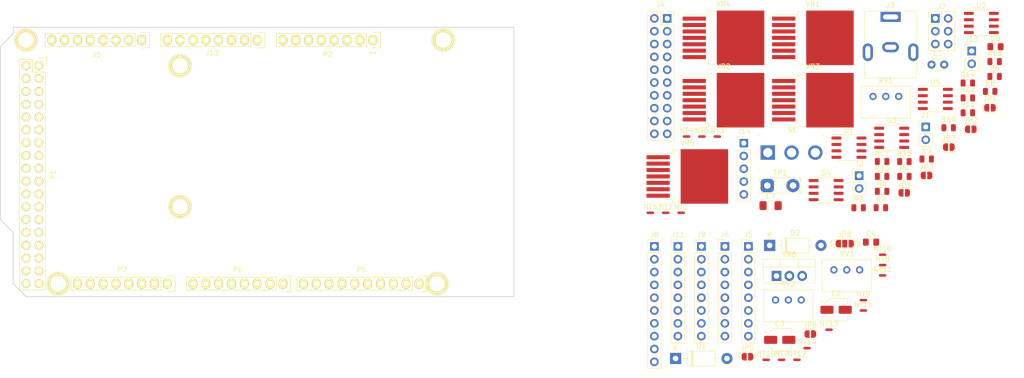
<source format=kicad_pcb>
(kicad_pcb (version 20171130) (host pcbnew "(5.1.5)-3")
  (layers (0 F.Cu signal) (1 GND signal) (2 PWR signal) (31 B.Cu signal) (34 B.Paste user) (35 F.Paste user) (36 B.SilkS user) (37 F.SilkS user) (38 B.Mask user) (39 F.Mask user) (44 Edge.Cuts user))
  (net 0 "")
  (net 1 GND)
  (net 2 /out)
  (net 3 /in)
  (net 4 "Net-(VR1-Pad7)")
  (net 5 "Net-(VR1-Pad1)")
  (net 6 "Net-(VR2-Pad7)")
  (net 7 "Net-(VR2-Pad1)")
  (net 8 "Net-(VR3-Pad7)")
  (net 9 "Net-(VR3-Pad1)")
  (net 10 "Net-(VR4-Pad7)")
  (net 11 "Net-(VR4-Pad1)")
  (net 12 "Net-(VR5-Pad7)")
  (net 13 "Net-(VR5-Pad1)")
  (net 14 /SET)
  (net 15 /ImonVR1)
  (net 16 /ImonVR2)
  (net 17 /ImonVR3)
  (net 18 /ImonVR4)
  (net 19 /ImonVR5)
  (net 20 /TEMP1)
  (net 21 /TEMP2)
  (net 22 /TEMP3)
  (net 23 /TEMP4)
  (net 24 /TEMP5)
  (net 25 /VR_PAD)
  (net 26 "Net-(R13-Pad1)")
  (net 27 "Net-(R14-Pad1)")
  (net 28 "Net-(R15-Pad1)")
  (net 29 "Net-(R16-Pad1)")
  (net 30 "Net-(R17-Pad1)")
  (net 31 /Digital/ADC7)
  (net 32 /Digital/ADC6)
  (net 33 /Digital/ADC5)
  (net 34 /Digital/ADC4)
  (net 35 /Digital/ADC3)
  (net 36 /Digital/ADC2)
  (net 37 /Digital/ADC1)
  (net 38 /Digital/ADC0)
  (net 39 +5V)
  (net 40 "Net-(C4-Pad1)")
  (net 41 /Digital/TXD3)
  (net 42 /Digital/RXD3)
  (net 43 /Digital/TXD2)
  (net 44 /Digital/RXD2)
  (net 45 /Digital/TXD1)
  (net 46 /Digital/RXD1)
  (net 47 /Digital/SDA)
  (net 48 /Digital/SCL)
  (net 49 +12V)
  (net 50 /Digital/ADC15)
  (net 51 /Digital/ADC14)
  (net 52 /Digital/ADC13)
  (net 53 /Digital/ADC12)
  (net 54 /Digital/ADC11)
  (net 55 /Digital/ADC10)
  (net 56 /Digital/ADC9)
  (net 57 /Digital/ADC8)
  (net 58 +3V3)
  (net 59 RESET)
  (net 60 "Net-(J6-Pad1)")
  (net 61 "Net-(J7-Pad5)")
  (net 62 "Net-(J7-Pad4)")
  (net 63 "Net-(J7-Pad2)")
  (net 64 /Digital/PH5)
  (net 65 /Digital/PH6)
  (net 66 /Digital/PB4)
  (net 67 /Digital/PB5)
  (net 68 /Digital/PB6)
  (net 69 /Digital/PB7)
  (net 70 /Digital/AREF)
  (net 71 /Digital/PH4)
  (net 72 /Digital/PH3)
  (net 73 /Digital/PE3)
  (net 74 /Digital/PG5)
  (net 75 /Digital/PE5)
  (net 76 /Digital/PE4)
  (net 77 PE1)
  (net 78 PE0)
  (net 79 "Net-(JP1-Pad1)")
  (net 80 "Net-(JP5-Pad2)")
  (net 81 "Net-(JP5-Pad1)")
  (net 82 "Net-(JP4-Pad1)")
  (net 83 "Net-(JP8-Pad3)")
  (net 84 "Net-(J3-Pad1)")
  (net 85 "Net-(J14-Pad3)")
  (net 86 "Net-(J14-Pad1)")
  (module Socket_Arduino_Mega:Arduino_1pin (layer F.Cu) (at 181.83 81.94 180)
    (fp_text reference P8 hide)
    (fp_text value CONN_01X01 hide)
    (pad 1 thru_hole circle (at 0 0 180) (size 4.064 4.064) (drill 3.048) (layers *.Cu *.Mask F.SilkS))
  )
  (module Socket_Arduino_Mega:Arduino_1pin (layer F.Cu) (at 180.56 130.2 180)
    (fp_text reference P11 hide)
    (fp_text value CONN_01X01 hide)
    (pad 1 thru_hole circle (at 0 0 180) (size 4.064 4.064) (drill 3.048) (layers *.Cu *.Mask F.SilkS))
  )
  (module Socket_Arduino_Mega:Socket_Strip_Arduino_1x08 (layer F.Cu) (at 150.08 130.2 180)
    (fp_text reference P6 (at 8.89 2.794) (layer F.SilkS))
    (fp_text value PWM)
    (pad 8 thru_hole oval (at 17.78 0 180) (size 1.7272 2.032) (drill 1.016) (layers *.Cu *.Mask F.SilkS))
    (pad 7 thru_hole oval (at 15.24 0 180) (size 1.7272 2.032) (drill 1.016) (layers *.Cu *.Mask F.SilkS))
    (pad 6 thru_hole oval (at 12.7 0 180) (size 1.7272 2.032) (drill 1.016) (layers *.Cu *.Mask F.SilkS))
    (pad 5 thru_hole oval (at 10.16 0 180) (size 1.7272 2.032) (drill 1.016) (layers *.Cu *.Mask F.SilkS))
    (pad 4 thru_hole oval (at 7.62 0 180) (size 1.7272 2.032) (drill 1.016) (layers *.Cu *.Mask F.SilkS))
    (pad 3 thru_hole oval (at 5.08 0 180) (size 1.7272 2.032) (drill 1.016) (layers *.Cu *.Mask F.SilkS))
    (pad 2 thru_hole oval (at 2.54 0 180) (size 1.7272 2.032) (drill 1.016) (layers *.Cu *.Mask F.SilkS))
    (pad 1 thru_hole oval (at 0 0 180) (size 1.7272 2.032) (drill 1.016) (layers *.Cu *.Mask F.SilkS))
  )
  (module Socket_Arduino_Mega:Socket_Strip_Arduino_1x08 (layer F.Cu) (at 127.22 130.2 180)
    (fp_text reference P7 (at 8.89 2.794) (layer F.SilkS))
    (fp_text value Communication)
    (pad 8 thru_hole oval (at 17.78 0 180) (size 1.7272 2.032) (drill 1.016) (layers *.Cu *.Mask F.SilkS))
    (pad 7 thru_hole oval (at 15.24 0 180) (size 1.7272 2.032) (drill 1.016) (layers *.Cu *.Mask F.SilkS))
    (pad 6 thru_hole oval (at 12.7 0 180) (size 1.7272 2.032) (drill 1.016) (layers *.Cu *.Mask F.SilkS))
    (pad 5 thru_hole oval (at 10.16 0 180) (size 1.7272 2.032) (drill 1.016) (layers *.Cu *.Mask F.SilkS))
    (pad 4 thru_hole oval (at 7.62 0 180) (size 1.7272 2.032) (drill 1.016) (layers *.Cu *.Mask F.SilkS))
    (pad 3 thru_hole oval (at 5.08 0 180) (size 1.7272 2.032) (drill 1.016) (layers *.Cu *.Mask F.SilkS))
    (pad 2 thru_hole oval (at 2.54 0 180) (size 1.7272 2.032) (drill 1.016) (layers *.Cu *.Mask F.SilkS))
    (pad 1 thru_hole oval (at 0 0 180) (size 1.7272 2.032) (drill 1.016) (layers *.Cu *.Mask F.SilkS))
  )
  (module Socket_Arduino_Mega:Arduino_1pin (layer F.Cu) (at 99.28 81.94 180)
    (fp_text reference P10 hide)
    (fp_text value CONN_01X01 hide)
    (pad 1 thru_hole circle (at 0 0 180) (size 4.064 4.064) (drill 3.048) (layers *.Cu *.Mask F.SilkS))
  )
  (module Socket_Arduino_Mega:Socket_Strip_Arduino_2x18 (layer F.Cu) (at 101.82 87.02 270)
    (fp_text reference P1 (at 21.59 -2.794 90) (layer F.SilkS))
    (fp_text value Digital)
    (pad 36 thru_hole oval (at 43.18 2.54 270) (size 1.7272 1.7272) (drill 1.016) (layers *.Cu *.Mask F.SilkS))
    (pad 35 thru_hole oval (at 43.18 0 270) (size 1.7272 1.7272) (drill 1.016) (layers *.Cu *.Mask F.SilkS))
    (pad 34 thru_hole oval (at 40.64 2.54 270) (size 1.7272 1.7272) (drill 1.016) (layers *.Cu *.Mask F.SilkS))
    (pad 33 thru_hole oval (at 40.64 0 270) (size 1.7272 1.7272) (drill 1.016) (layers *.Cu *.Mask F.SilkS))
    (pad 32 thru_hole oval (at 38.1 2.54 270) (size 1.7272 1.7272) (drill 1.016) (layers *.Cu *.Mask F.SilkS))
    (pad 31 thru_hole oval (at 38.1 0 270) (size 1.7272 1.7272) (drill 1.016) (layers *.Cu *.Mask F.SilkS))
    (pad 30 thru_hole oval (at 35.56 2.54 270) (size 1.7272 1.7272) (drill 1.016) (layers *.Cu *.Mask F.SilkS))
    (pad 29 thru_hole oval (at 35.56 0 270) (size 1.7272 1.7272) (drill 1.016) (layers *.Cu *.Mask F.SilkS))
    (pad 28 thru_hole oval (at 33.02 2.54 270) (size 1.7272 1.7272) (drill 1.016) (layers *.Cu *.Mask F.SilkS))
    (pad 27 thru_hole oval (at 33.02 0 270) (size 1.7272 1.7272) (drill 1.016) (layers *.Cu *.Mask F.SilkS))
    (pad 26 thru_hole oval (at 30.48 2.54 270) (size 1.7272 1.7272) (drill 1.016) (layers *.Cu *.Mask F.SilkS))
    (pad 25 thru_hole oval (at 30.48 0 270) (size 1.7272 1.7272) (drill 1.016) (layers *.Cu *.Mask F.SilkS))
    (pad 24 thru_hole oval (at 27.94 2.54 270) (size 1.7272 1.7272) (drill 1.016) (layers *.Cu *.Mask F.SilkS))
    (pad 23 thru_hole oval (at 27.94 0 270) (size 1.7272 1.7272) (drill 1.016) (layers *.Cu *.Mask F.SilkS))
    (pad 22 thru_hole oval (at 25.4 2.54 270) (size 1.7272 1.7272) (drill 1.016) (layers *.Cu *.Mask F.SilkS))
    (pad 21 thru_hole oval (at 25.4 0 270) (size 1.7272 1.7272) (drill 1.016) (layers *.Cu *.Mask F.SilkS))
    (pad 20 thru_hole oval (at 22.86 2.54 270) (size 1.7272 1.7272) (drill 1.016) (layers *.Cu *.Mask F.SilkS))
    (pad 19 thru_hole oval (at 22.86 0 270) (size 1.7272 1.7272) (drill 1.016) (layers *.Cu *.Mask F.SilkS))
    (pad 18 thru_hole oval (at 20.32 2.54 270) (size 1.7272 1.7272) (drill 1.016) (layers *.Cu *.Mask F.SilkS))
    (pad 17 thru_hole oval (at 20.32 0 270) (size 1.7272 1.7272) (drill 1.016) (layers *.Cu *.Mask F.SilkS))
    (pad 16 thru_hole oval (at 17.78 2.54 270) (size 1.7272 1.7272) (drill 1.016) (layers *.Cu *.Mask F.SilkS))
    (pad 15 thru_hole oval (at 17.78 0 270) (size 1.7272 1.7272) (drill 1.016) (layers *.Cu *.Mask F.SilkS))
    (pad 14 thru_hole oval (at 15.24 2.54 270) (size 1.7272 1.7272) (drill 1.016) (layers *.Cu *.Mask F.SilkS))
    (pad 13 thru_hole oval (at 15.24 0 270) (size 1.7272 1.7272) (drill 1.016) (layers *.Cu *.Mask F.SilkS))
    (pad 12 thru_hole oval (at 12.7 2.54 270) (size 1.7272 1.7272) (drill 1.016) (layers *.Cu *.Mask F.SilkS))
    (pad 11 thru_hole oval (at 12.7 0 270) (size 1.7272 1.7272) (drill 1.016) (layers *.Cu *.Mask F.SilkS))
    (pad 10 thru_hole oval (at 10.16 2.54 270) (size 1.7272 1.7272) (drill 1.016) (layers *.Cu *.Mask F.SilkS))
    (pad 9 thru_hole oval (at 10.16 0 270) (size 1.7272 1.7272) (drill 1.016) (layers *.Cu *.Mask F.SilkS))
    (pad 8 thru_hole oval (at 7.62 2.54 270) (size 1.7272 1.7272) (drill 1.016) (layers *.Cu *.Mask F.SilkS))
    (pad 7 thru_hole oval (at 7.62 0 270) (size 1.7272 1.7272) (drill 1.016) (layers *.Cu *.Mask F.SilkS))
    (pad 6 thru_hole oval (at 5.08 2.54 270) (size 1.7272 1.7272) (drill 1.016) (layers *.Cu *.Mask F.SilkS))
    (pad 5 thru_hole oval (at 5.08 0 270) (size 1.7272 1.7272) (drill 1.016) (layers *.Cu *.Mask F.SilkS))
    (pad 4 thru_hole oval (at 2.54 2.54 270) (size 1.7272 1.7272) (drill 1.016) (layers *.Cu *.Mask F.SilkS))
    (pad 3 thru_hole oval (at 2.54 0 270) (size 1.7272 1.7272) (drill 1.016) (layers *.Cu *.Mask F.SilkS))
    (pad 2 thru_hole oval (at 0 2.54 270) (size 1.7272 1.7272) (drill 1.016) (layers *.Cu *.Mask F.SilkS))
    (pad 1 thru_hole circle (at 0 0 270) (size 1.7272 1.7272) (drill 1.016) (layers *.Cu *.Mask F.SilkS))
  )
  (module Socket_Arduino_Mega:Arduino_1pin (layer F.Cu) (at 129.76 114.96 180)
    (fp_text reference P12 hide)
    (fp_text value CONN_01X01 hide)
    (pad 1 thru_hole circle (at 0 0 180) (size 4.064 4.064) (drill 3.048) (layers *.Cu *.Mask F.SilkS))
  )
  (module Socket_Arduino_Mega:Arduino_1pin (layer F.Cu) (at 105.63 130.2 180)
    (fp_text reference P13 hide)
    (fp_text value CONN_01X01 hide)
    (pad 1 thru_hole circle (at 0 0 180) (size 4.064 4.064) (drill 3.048) (layers *.Cu *.Mask F.SilkS))
  )
  (module Socket_Arduino_Mega:Socket_Strip_Arduino_1x10 (layer F.Cu) (at 177.004 130.2 180)
    (fp_text reference P5 (at 11.43 2.794) (layer F.SilkS))
    (fp_text value PWM)
    (pad 10 thru_hole oval (at 22.86 0 180) (size 1.7272 2.032) (drill 1.016) (layers *.Cu *.Mask F.SilkS))
    (pad 9 thru_hole oval (at 20.32 0 180) (size 1.7272 2.032) (drill 1.016) (layers *.Cu *.Mask F.SilkS))
    (pad 8 thru_hole oval (at 17.78 0 180) (size 1.7272 2.032) (drill 1.016) (layers *.Cu *.Mask F.SilkS))
    (pad 7 thru_hole oval (at 15.24 0 180) (size 1.7272 2.032) (drill 1.016) (layers *.Cu *.Mask F.SilkS))
    (pad 6 thru_hole oval (at 12.7 0 180) (size 1.7272 2.032) (drill 1.016) (layers *.Cu *.Mask F.SilkS))
    (pad 5 thru_hole oval (at 10.16 0 180) (size 1.7272 2.032) (drill 1.016) (layers *.Cu *.Mask F.SilkS))
    (pad 4 thru_hole oval (at 7.62 0 180) (size 1.7272 2.032) (drill 1.016) (layers *.Cu *.Mask F.SilkS))
    (pad 3 thru_hole oval (at 5.08 0 180) (size 1.7272 2.032) (drill 1.016) (layers *.Cu *.Mask F.SilkS))
    (pad 2 thru_hole oval (at 2.54 0 180) (size 1.7272 2.032) (drill 1.016) (layers *.Cu *.Mask F.SilkS))
    (pad 1 thru_hole oval (at 0 0 180) (size 1.7272 2.032) (drill 1.016) (layers *.Cu *.Mask F.SilkS))
  )
  (module Socket_Arduino_Mega:Arduino_1pin (layer F.Cu) (at 129.76 87.02 180)
    (fp_text reference P9 hide)
    (fp_text value CONN_01X01 hide)
    (pad 1 thru_hole circle (at 0 0 180) (size 4.064 4.064) (drill 3.048) (layers *.Cu *.Mask F.SilkS))
  )
  (module Socket_Arduino_Mega:Socket_Strip_Arduino_1x08 (layer F.Cu) (at 122.14 81.94 180)
    (fp_text reference J5 (at 8.89 -2.794) (layer F.SilkS))
    (fp_text value Analog)
    (pad 8 thru_hole oval (at 17.78 0 180) (size 1.7272 2.032) (drill 1.016) (layers *.Cu *.Mask F.SilkS))
    (pad 7 thru_hole oval (at 15.24 0 180) (size 1.7272 2.032) (drill 1.016) (layers *.Cu *.Mask F.SilkS))
    (pad 6 thru_hole oval (at 12.7 0 180) (size 1.7272 2.032) (drill 1.016) (layers *.Cu *.Mask F.SilkS))
    (pad 5 thru_hole oval (at 10.16 0 180) (size 1.7272 2.032) (drill 1.016) (layers *.Cu *.Mask F.SilkS))
    (pad 4 thru_hole oval (at 7.62 0 180) (size 1.7272 2.032) (drill 1.016) (layers *.Cu *.Mask F.SilkS))
    (pad 3 thru_hole oval (at 5.08 0 180) (size 1.7272 2.032) (drill 1.016) (layers *.Cu *.Mask F.SilkS))
    (pad 2 thru_hole oval (at 2.54 0 180) (size 1.7272 2.032) (drill 1.016) (layers *.Cu *.Mask F.SilkS))
    (pad 1 thru_hole oval (at 0 0 180) (size 1.7272 2.032) (drill 1.016) (layers *.Cu *.Mask F.SilkS))
  )
  (module Socket_Arduino_Mega:Socket_Strip_Arduino_1x08 (layer F.Cu) (at 145 81.94 180)
    (fp_text reference J12 (at 8.89 -2.54) (layer F.SilkS))
    (fp_text value Analog)
    (pad 1 thru_hole oval (at 0 0 180) (size 1.7272 2.032) (drill 1.016) (layers *.Cu *.Mask F.SilkS))
    (pad 2 thru_hole oval (at 2.54 0 180) (size 1.7272 2.032) (drill 1.016) (layers *.Cu *.Mask F.SilkS))
    (pad 3 thru_hole oval (at 5.08 0 180) (size 1.7272 2.032) (drill 1.016) (layers *.Cu *.Mask F.SilkS))
    (pad 4 thru_hole oval (at 7.62 0 180) (size 1.7272 2.032) (drill 1.016) (layers *.Cu *.Mask F.SilkS))
    (pad 5 thru_hole oval (at 10.16 0 180) (size 1.7272 2.032) (drill 1.016) (layers *.Cu *.Mask F.SilkS))
    (pad 6 thru_hole oval (at 12.7 0 180) (size 1.7272 2.032) (drill 1.016) (layers *.Cu *.Mask F.SilkS))
    (pad 7 thru_hole oval (at 15.24 0 180) (size 1.7272 2.032) (drill 1.016) (layers *.Cu *.Mask F.SilkS))
    (pad 8 thru_hole oval (at 17.78 0 180) (size 1.7272 2.032) (drill 1.016) (layers *.Cu *.Mask F.SilkS))
  )
  (module Socket_Arduino_Mega:Socket_Strip_Arduino_1x08 (layer F.Cu) (at 167.86 81.94 180)
    (fp_text reference P2 (at 8.89 -2.794) (layer F.SilkS))
    (fp_text value Power)
    (pad 1 thru_hole oval (at 0 0 180) (size 1.7272 2.032) (drill 1.016) (layers *.Cu *.Mask F.SilkS))
    (pad 2 thru_hole oval (at 2.54 0 180) (size 1.7272 2.032) (drill 1.016) (layers *.Cu *.Mask F.SilkS))
    (pad 3 thru_hole oval (at 5.08 0 180) (size 1.7272 2.032) (drill 1.016) (layers *.Cu *.Mask F.SilkS))
    (pad 4 thru_hole oval (at 7.62 0 180) (size 1.7272 2.032) (drill 1.016) (layers *.Cu *.Mask F.SilkS))
    (pad 5 thru_hole oval (at 10.16 0 180) (size 1.7272 2.032) (drill 1.016) (layers *.Cu *.Mask F.SilkS))
    (pad 6 thru_hole oval (at 12.7 0 180) (size 1.7272 2.032) (drill 1.016) (layers *.Cu *.Mask F.SilkS))
    (pad 7 thru_hole oval (at 15.24 0 180) (size 1.7272 2.032) (drill 1.016) (layers *.Cu *.Mask F.SilkS))
    (pad 8 thru_hole oval (at 17.78 0 180) (size 1.7272 2.032) (drill 1.016) (layers *.Cu *.Mask F.SilkS))
  )
  (module Package_TO_SOT_THT:TO-220-3_Vertical (layer F.Cu) (at 247.73 128.66)
    (fp_text reference VR6 (at 2.54 -4.27) (layer F.SilkS))
    (fp_text value LM317T)
    (pad 3 thru_hole oval (at 5.08 0) (size 1.905 2) (drill 1.1) (layers *.Cu *.Mask) (net 3 /in))
    (pad 2 thru_hole oval (at 2.54 0) (size 1.905 2) (drill 1.1) (layers *.Cu *.Mask) (net 39 +5V))
    (pad 1 thru_hole rect (at 0 0) (size 1.905 2) (drill 1.1) (layers *.Cu *.Mask) (net 81 "Net-(JP5-Pad1)"))
  )
  (module Package_TO_SOT_SMD:TO-263-7_TabPin8 (layer F.Cu) (at 230.09 108.95)
    (fp_text reference VR5 (at 0 -6.65) (layer F.SilkS))
    (fp_text value LT3081ER-PBF)
    (pad 8 smd rect (at 3.375 0) (size 9.4 10.8) (layers F.Cu F.Mask) (net 25 /VR_PAD))
    (pad 7 smd rect (at -5.775 3.81) (size 4.6 0.8) (layers F.Cu F.Paste F.Mask) (net 12 "Net-(VR5-Pad7)"))
    (pad 6 smd rect (at -5.775 2.54) (size 4.6 0.8) (layers F.Cu F.Paste F.Mask) (net 3 /in))
    (pad 5 smd rect (at -5.775 1.27) (size 4.6 0.8) (layers F.Cu F.Paste F.Mask) (net 24 /TEMP5))
    (pad 4 smd rect (at -5.775 0) (size 4.6 0.8) (layers F.Cu F.Paste F.Mask) (net 2 /out))
    (pad 3 smd rect (at -5.775 -1.27) (size 4.6 0.8) (layers F.Cu F.Paste F.Mask) (net 19 /ImonVR5))
    (pad 2 smd rect (at -5.775 -2.54) (size 4.6 0.8) (layers F.Cu F.Paste F.Mask) (net 14 /SET))
    (pad 1 smd rect (at -5.775 -3.81) (size 4.6 0.8) (layers F.Cu F.Paste F.Mask) (net 13 "Net-(VR5-Pad1)"))
  )
  (module Package_TO_SOT_SMD:TO-263-7_TabPin8 (layer F.Cu) (at 237.24 81.5)
    (fp_text reference VR4 (at 0 -6.65) (layer F.SilkS))
    (fp_text value LT3081ER-PBF)
    (pad 8 smd rect (at 3.375 0) (size 9.4 10.8) (layers F.Cu F.Mask) (net 25 /VR_PAD))
    (pad 7 smd rect (at -5.775 3.81) (size 4.6 0.8) (layers F.Cu F.Paste F.Mask) (net 10 "Net-(VR4-Pad7)"))
    (pad 6 smd rect (at -5.775 2.54) (size 4.6 0.8) (layers F.Cu F.Paste F.Mask) (net 3 /in))
    (pad 5 smd rect (at -5.775 1.27) (size 4.6 0.8) (layers F.Cu F.Paste F.Mask) (net 23 /TEMP4))
    (pad 4 smd rect (at -5.775 0) (size 4.6 0.8) (layers F.Cu F.Paste F.Mask) (net 2 /out))
    (pad 3 smd rect (at -5.775 -1.27) (size 4.6 0.8) (layers F.Cu F.Paste F.Mask) (net 18 /ImonVR4))
    (pad 2 smd rect (at -5.775 -2.54) (size 4.6 0.8) (layers F.Cu F.Paste F.Mask) (net 14 /SET))
    (pad 1 smd rect (at -5.775 -3.81) (size 4.6 0.8) (layers F.Cu F.Paste F.Mask) (net 11 "Net-(VR4-Pad1)"))
  )
  (module Package_TO_SOT_SMD:TO-263-7_TabPin8 (layer F.Cu) (at 254.93 93.85)
    (fp_text reference VR3 (at 0 -6.65) (layer F.SilkS))
    (fp_text value LT3081ER-PBF)
    (pad 8 smd rect (at 3.375 0) (size 9.4 10.8) (layers F.Cu F.Mask) (net 25 /VR_PAD))
    (pad 7 smd rect (at -5.775 3.81) (size 4.6 0.8) (layers F.Cu F.Paste F.Mask) (net 8 "Net-(VR3-Pad7)"))
    (pad 6 smd rect (at -5.775 2.54) (size 4.6 0.8) (layers F.Cu F.Paste F.Mask) (net 3 /in))
    (pad 5 smd rect (at -5.775 1.27) (size 4.6 0.8) (layers F.Cu F.Paste F.Mask) (net 22 /TEMP3))
    (pad 4 smd rect (at -5.775 0) (size 4.6 0.8) (layers F.Cu F.Paste F.Mask) (net 2 /out))
    (pad 3 smd rect (at -5.775 -1.27) (size 4.6 0.8) (layers F.Cu F.Paste F.Mask) (net 17 /ImonVR3))
    (pad 2 smd rect (at -5.775 -2.54) (size 4.6 0.8) (layers F.Cu F.Paste F.Mask) (net 14 /SET))
    (pad 1 smd rect (at -5.775 -3.81) (size 4.6 0.8) (layers F.Cu F.Paste F.Mask) (net 9 "Net-(VR3-Pad1)"))
  )
  (module Package_TO_SOT_SMD:TO-263-7_TabPin8 (layer F.Cu) (at 237.24 93.85)
    (fp_text reference VR2 (at 0 -6.65) (layer F.SilkS))
    (fp_text value LT3081ER-PBF)
    (pad 8 smd rect (at 3.375 0) (size 9.4 10.8) (layers F.Cu F.Mask) (net 25 /VR_PAD))
    (pad 7 smd rect (at -5.775 3.81) (size 4.6 0.8) (layers F.Cu F.Paste F.Mask) (net 6 "Net-(VR2-Pad7)"))
    (pad 6 smd rect (at -5.775 2.54) (size 4.6 0.8) (layers F.Cu F.Paste F.Mask) (net 3 /in))
    (pad 5 smd rect (at -5.775 1.27) (size 4.6 0.8) (layers F.Cu F.Paste F.Mask) (net 21 /TEMP2))
    (pad 4 smd rect (at -5.775 0) (size 4.6 0.8) (layers F.Cu F.Paste F.Mask) (net 2 /out))
    (pad 3 smd rect (at -5.775 -1.27) (size 4.6 0.8) (layers F.Cu F.Paste F.Mask) (net 16 /ImonVR2))
    (pad 2 smd rect (at -5.775 -2.54) (size 4.6 0.8) (layers F.Cu F.Paste F.Mask) (net 14 /SET))
    (pad 1 smd rect (at -5.775 -3.81) (size 4.6 0.8) (layers F.Cu F.Paste F.Mask) (net 7 "Net-(VR2-Pad1)"))
  )
  (module Package_TO_SOT_SMD:TO-263-7_TabPin8 (layer F.Cu) (at 254.93 81.5)
    (fp_text reference VR1 (at 0 -6.65) (layer F.SilkS))
    (fp_text value LT3081ER-PBF)
    (pad 8 smd rect (at 3.375 0) (size 9.4 10.8) (layers F.Cu F.Mask) (net 25 /VR_PAD))
    (pad 7 smd rect (at -5.775 3.81) (size 4.6 0.8) (layers F.Cu F.Paste F.Mask) (net 4 "Net-(VR1-Pad7)"))
    (pad 6 smd rect (at -5.775 2.54) (size 4.6 0.8) (layers F.Cu F.Paste F.Mask) (net 3 /in))
    (pad 5 smd rect (at -5.775 1.27) (size 4.6 0.8) (layers F.Cu F.Paste F.Mask) (net 20 /TEMP1))
    (pad 4 smd rect (at -5.775 0) (size 4.6 0.8) (layers F.Cu F.Paste F.Mask) (net 2 /out))
    (pad 3 smd rect (at -5.775 -1.27) (size 4.6 0.8) (layers F.Cu F.Paste F.Mask) (net 15 /ImonVR1))
    (pad 2 smd rect (at -5.775 -2.54) (size 4.6 0.8) (layers F.Cu F.Paste F.Mask) (net 14 /SET))
    (pad 1 smd rect (at -5.775 -3.81) (size 4.6 0.8) (layers F.Cu F.Paste F.Mask) (net 5 "Net-(VR1-Pad1)"))
  )
  (module Package_SO:SOIC-8_3.9x4.9mm_P1.27mm (layer F.Cu) (at 279.15 93.6)
    (fp_text reference U5 (at 0 -3.4) (layer F.SilkS))
    (fp_text value LM334M)
    (pad 8 smd roundrect (at 2.475 -1.905) (size 1.95 0.6) (layers F.Cu F.Paste F.Mask))
    (pad 7 smd roundrect (at 2.475 -0.635) (size 1.95 0.6) (layers F.Cu F.Paste F.Mask) (net 1 GND))
    (pad 6 smd roundrect (at 2.475 0.635) (size 1.95 0.6) (layers F.Cu F.Paste F.Mask) (net 1 GND))
    (pad 5 smd roundrect (at 2.475 1.905) (size 1.95 0.6) (layers F.Cu F.Paste F.Mask))
    (pad 4 smd roundrect (at -2.475 1.905) (size 1.95 0.6) (layers F.Cu F.Paste F.Mask) (net 2 /out))
    (pad 3 smd roundrect (at -2.475 0.635) (size 1.95 0.6) (layers F.Cu F.Paste F.Mask) (net 1 GND))
    (pad 2 smd roundrect (at -2.475 -0.635) (size 1.95 0.6) (layers F.Cu F.Paste F.Mask) (net 1 GND))
    (pad 1 smd roundrect (at -2.475 -1.905) (size 1.95 0.6) (layers F.Cu F.Paste F.Mask) (net 30 "Net-(R17-Pad1)"))
  )
  (module Package_SO:SOIC-8_3.9x4.9mm_P1.27mm (layer F.Cu) (at 257.54 111.66)
    (fp_text reference U4 (at 0 -3.4) (layer F.SilkS))
    (fp_text value LM334M)
    (pad 8 smd roundrect (at 2.475 -1.905) (size 1.95 0.6) (layers F.Cu F.Paste F.Mask))
    (pad 7 smd roundrect (at 2.475 -0.635) (size 1.95 0.6) (layers F.Cu F.Paste F.Mask) (net 1 GND))
    (pad 6 smd roundrect (at 2.475 0.635) (size 1.95 0.6) (layers F.Cu F.Paste F.Mask) (net 1 GND))
    (pad 5 smd roundrect (at 2.475 1.905) (size 1.95 0.6) (layers F.Cu F.Paste F.Mask))
    (pad 4 smd roundrect (at -2.475 1.905) (size 1.95 0.6) (layers F.Cu F.Paste F.Mask) (net 2 /out))
    (pad 3 smd roundrect (at -2.475 0.635) (size 1.95 0.6) (layers F.Cu F.Paste F.Mask) (net 1 GND))
    (pad 2 smd roundrect (at -2.475 -0.635) (size 1.95 0.6) (layers F.Cu F.Paste F.Mask) (net 1 GND))
    (pad 1 smd roundrect (at -2.475 -1.905) (size 1.95 0.6) (layers F.Cu F.Paste F.Mask) (net 29 "Net-(R16-Pad1)"))
  )
  (module Package_SO:SOIC-8_3.9x4.9mm_P1.27mm (layer F.Cu) (at 270.51 101.3)
    (fp_text reference U3 (at 0 -3.4) (layer F.SilkS))
    (fp_text value LM334M)
    (pad 8 smd roundrect (at 2.475 -1.905) (size 1.95 0.6) (layers F.Cu F.Paste F.Mask))
    (pad 7 smd roundrect (at 2.475 -0.635) (size 1.95 0.6) (layers F.Cu F.Paste F.Mask) (net 1 GND))
    (pad 6 smd roundrect (at 2.475 0.635) (size 1.95 0.6) (layers F.Cu F.Paste F.Mask) (net 1 GND))
    (pad 5 smd roundrect (at 2.475 1.905) (size 1.95 0.6) (layers F.Cu F.Paste F.Mask))
    (pad 4 smd roundrect (at -2.475 1.905) (size 1.95 0.6) (layers F.Cu F.Paste F.Mask) (net 2 /out))
    (pad 3 smd roundrect (at -2.475 0.635) (size 1.95 0.6) (layers F.Cu F.Paste F.Mask) (net 1 GND))
    (pad 2 smd roundrect (at -2.475 -0.635) (size 1.95 0.6) (layers F.Cu F.Paste F.Mask) (net 1 GND))
    (pad 1 smd roundrect (at -2.475 -1.905) (size 1.95 0.6) (layers F.Cu F.Paste F.Mask) (net 28 "Net-(R15-Pad1)"))
  )
  (module Package_SO:SOIC-8_3.9x4.9mm_P1.27mm (layer F.Cu) (at 288.25 78.55)
    (fp_text reference U2 (at 0 -3.4) (layer F.SilkS))
    (fp_text value LM334M)
    (pad 8 smd roundrect (at 2.475 -1.905) (size 1.95 0.6) (layers F.Cu F.Paste F.Mask))
    (pad 7 smd roundrect (at 2.475 -0.635) (size 1.95 0.6) (layers F.Cu F.Paste F.Mask) (net 1 GND))
    (pad 6 smd roundrect (at 2.475 0.635) (size 1.95 0.6) (layers F.Cu F.Paste F.Mask) (net 1 GND))
    (pad 5 smd roundrect (at 2.475 1.905) (size 1.95 0.6) (layers F.Cu F.Paste F.Mask))
    (pad 4 smd roundrect (at -2.475 1.905) (size 1.95 0.6) (layers F.Cu F.Paste F.Mask) (net 2 /out))
    (pad 3 smd roundrect (at -2.475 0.635) (size 1.95 0.6) (layers F.Cu F.Paste F.Mask) (net 1 GND))
    (pad 2 smd roundrect (at -2.475 -0.635) (size 1.95 0.6) (layers F.Cu F.Paste F.Mask) (net 1 GND))
    (pad 1 smd roundrect (at -2.475 -1.905) (size 1.95 0.6) (layers F.Cu F.Paste F.Mask) (net 27 "Net-(R14-Pad1)"))
  )
  (module Package_SO:SOIC-8_3.9x4.9mm_P1.27mm (layer F.Cu) (at 262.06 103.25)
    (fp_text reference U1 (at 0 -3.4) (layer F.SilkS))
    (fp_text value LM334M)
    (pad 8 smd roundrect (at 2.475 -1.905) (size 1.95 0.6) (layers F.Cu F.Paste F.Mask))
    (pad 7 smd roundrect (at 2.475 -0.635) (size 1.95 0.6) (layers F.Cu F.Paste F.Mask) (net 1 GND))
    (pad 6 smd roundrect (at 2.475 0.635) (size 1.95 0.6) (layers F.Cu F.Paste F.Mask) (net 1 GND))
    (pad 5 smd roundrect (at 2.475 1.905) (size 1.95 0.6) (layers F.Cu F.Paste F.Mask))
    (pad 4 smd roundrect (at -2.475 1.905) (size 1.95 0.6) (layers F.Cu F.Paste F.Mask) (net 2 /out))
    (pad 3 smd roundrect (at -2.475 0.635) (size 1.95 0.6) (layers F.Cu F.Paste F.Mask) (net 1 GND))
    (pad 2 smd roundrect (at -2.475 -0.635) (size 1.95 0.6) (layers F.Cu F.Paste F.Mask) (net 1 GND))
    (pad 1 smd roundrect (at -2.475 -1.905) (size 1.95 0.6) (layers F.Cu F.Paste F.Mask) (net 26 "Net-(R13-Pad1)"))
  )
  (module TestPoint:TestPoint_2Pads_Pitch5.08mm_Drill1.3mm (layer F.Cu) (at 245.91 110.76)
    (fp_text reference TP1 (at 2.54 -2.5) (layer F.SilkS))
    (fp_text value TestPoint_2Pole)
    (pad 2 thru_hole circle (at 5.08 0) (size 2.6 2.6) (drill 1.3) (layers *.Cu *.Mask) (net 1 GND))
    (pad 1 thru_hole roundrect (at 0 0) (size 2.6 2.6) (drill 1.3) (layers *.Cu *.Mask) (net 2 /out))
  )
  (module digikey-footprints:Toggle_Switch_100SP1T1B4M2QE (layer F.Cu) (at 246.01 104.23)
    (fp_text reference S1 (at 4.84 -4.55) (layer F.SilkS))
    (fp_text value 100SP1T1B4M2QE)
    (pad 3 thru_hole circle (at 9.4 0) (size 2.85 2.85) (drill 1.85) (layers *.Cu *.Mask) (net 49 +12V))
    (pad 2 thru_hole circle (at 4.7 0) (size 2.85 2.85) (drill 1.85) (layers *.Cu *.Mask) (net 84 "Net-(J3-Pad1)"))
    (pad 1 thru_hole rect (at 0 0) (size 2.85 2.85) (drill 1.85) (layers *.Cu *.Mask) (net 86 "Net-(J14-Pad1)"))
  )
  (module Potentiometer_THT:Potentiometer_Bourns_3299W_Vertical (layer F.Cu) (at 264.17 127.46)
    (fp_text reference RV3 (at -2.54 -3.16) (layer F.SilkS))
    (fp_text value 0-5k)
    (pad 3 thru_hole circle (at -5.08 0) (size 1.44 1.44) (drill 0.8) (layers *.Cu *.Mask) (net 83 "Net-(JP8-Pad3)"))
    (pad 2 thru_hole circle (at -2.54 0) (size 1.44 1.44) (drill 0.8) (layers *.Cu *.Mask) (net 81 "Net-(JP5-Pad1)"))
    (pad 1 thru_hole circle (at 0 0) (size 1.44 1.44) (drill 0.8) (layers *.Cu *.Mask) (net 80 "Net-(JP5-Pad2)"))
  )
  (module Potentiometer_THT:Potentiometer_Bourns_3299W_Vertical (layer F.Cu) (at 252.62 133.42)
    (fp_text reference RV2 (at -2.54 -3.16) (layer F.SilkS))
    (fp_text value 0-5k)
    (pad 3 thru_hole circle (at -5.08 0) (size 1.44 1.44) (drill 0.8) (layers *.Cu *.Mask) (net 39 +5V))
    (pad 2 thru_hole circle (at -2.54 0) (size 1.44 1.44) (drill 0.8) (layers *.Cu *.Mask) (net 83 "Net-(JP8-Pad3)"))
    (pad 1 thru_hole circle (at 0 0) (size 1.44 1.44) (drill 0.8) (layers *.Cu *.Mask) (net 40 "Net-(C4-Pad1)"))
  )
  (module Potentiometer_THT:Potentiometer_Bourns_3299W_Vertical (layer F.Cu) (at 271.9 93.1)
    (fp_text reference RV1 (at -2.54 -3.16) (layer F.SilkS))
    (fp_text value 0-250k)
    (pad 3 thru_hole circle (at -5.08 0) (size 1.44 1.44) (drill 0.8) (layers *.Cu *.Mask) (net 14 /SET))
    (pad 2 thru_hole circle (at -2.54 0) (size 1.44 1.44) (drill 0.8) (layers *.Cu *.Mask) (net 79 "Net-(JP1-Pad1)"))
    (pad 1 thru_hole circle (at 0 0) (size 1.44 1.44) (drill 0.8) (layers *.Cu *.Mask) (net 82 "Net-(JP4-Pad1)"))
  )
  (module Resistor_SMD:R_0805_2012Metric (layer F.Cu) (at 268.62 106)
    (fp_text reference R17 (at 0 -1.65) (layer F.SilkS))
    (fp_text value 47)
    (pad 2 smd roundrect (at 0.9375 0) (size 0.975 1.4) (layers F.Cu F.Paste F.Mask) (net 1 GND))
    (pad 1 smd roundrect (at -0.9375 0) (size 0.975 1.4) (layers F.Cu F.Paste F.Mask) (net 30 "Net-(R17-Pad1)"))
  )
  (module Resistor_SMD:R_0805_2012Metric (layer F.Cu) (at 290.88 86.2)
    (fp_text reference R16 (at 0 -1.65) (layer F.SilkS))
    (fp_text value 47)
    (pad 2 smd roundrect (at 0.9375 0) (size 0.975 1.4) (layers F.Cu F.Paste F.Mask) (net 1 GND))
    (pad 1 smd roundrect (at -0.9375 0) (size 0.975 1.4) (layers F.Cu F.Paste F.Mask) (net 29 "Net-(R16-Pad1)"))
  )
  (module Resistor_SMD:R_0805_2012Metric (layer F.Cu) (at 273.03 106)
    (fp_text reference R15 (at 0 -1.65) (layer F.SilkS))
    (fp_text value 47)
    (pad 2 smd roundrect (at 0.9375 0) (size 0.975 1.4) (layers F.Cu F.Paste F.Mask) (net 1 GND))
    (pad 1 smd roundrect (at -0.9375 0) (size 0.975 1.4) (layers F.Cu F.Paste F.Mask) (net 28 "Net-(R15-Pad1)"))
  )
  (module Resistor_SMD:R_0805_2012Metric (layer F.Cu) (at 285.58 90.45)
    (fp_text reference R14 (at 0 -1.65) (layer F.SilkS))
    (fp_text value 47)
    (pad 2 smd roundrect (at 0.9375 0) (size 0.975 1.4) (layers F.Cu F.Paste F.Mask) (net 1 GND))
    (pad 1 smd roundrect (at -0.9375 0) (size 0.975 1.4) (layers F.Cu F.Paste F.Mask) (net 27 "Net-(R14-Pad1)"))
  )
  (module Resistor_SMD:R_0805_2012Metric (layer F.Cu) (at 268.62 108.95)
    (fp_text reference R13 (at 0 -1.65) (layer F.SilkS))
    (fp_text value 47)
    (pad 2 smd roundrect (at 0.9375 0) (size 0.975 1.4) (layers F.Cu F.Paste F.Mask) (net 1 GND))
    (pad 1 smd roundrect (at -0.9375 0) (size 0.975 1.4) (layers F.Cu F.Paste F.Mask) (net 26 "Net-(R13-Pad1)"))
  )
  (module Resistor_SMD:R_0805_2012Metric (layer F.Cu) (at 285.58 93.4)
    (fp_text reference R12 (at 0 -1.65) (layer F.SilkS))
    (fp_text value 1k)
    (pad 2 smd roundrect (at 0.9375 0) (size 0.975 1.4) (layers F.Cu F.Paste F.Mask) (net 1 GND))
    (pad 1 smd roundrect (at -0.9375 0) (size 0.975 1.4) (layers F.Cu F.Paste F.Mask) (net 24 /TEMP5))
  )
  (module Resistor_SMD:R_0805_2012Metric (layer F.Cu) (at 285.58 96.35)
    (fp_text reference R11 (at 0 -1.65) (layer F.SilkS))
    (fp_text value 1k)
    (pad 2 smd roundrect (at 0.9375 0) (size 0.975 1.4) (layers F.Cu F.Paste F.Mask) (net 1 GND))
    (pad 1 smd roundrect (at -0.9375 0) (size 0.975 1.4) (layers F.Cu F.Paste F.Mask) (net 23 /TEMP4))
  )
  (module Resistor_SMD:R_0805_2012Metric (layer F.Cu) (at 281.78 99.3)
    (fp_text reference R10 (at 0 -1.65) (layer F.SilkS))
    (fp_text value 1k)
    (pad 2 smd roundrect (at 0.9375 0) (size 0.975 1.4) (layers F.Cu F.Paste F.Mask) (net 1 GND))
    (pad 1 smd roundrect (at -0.9375 0) (size 0.975 1.4) (layers F.Cu F.Paste F.Mask) (net 22 /TEMP3))
  )
  (module Resistor_SMD:R_0805_2012Metric (layer F.Cu) (at 277.44 105.5)
    (fp_text reference R9 (at 0 -1.65) (layer F.SilkS))
    (fp_text value 1k)
    (pad 2 smd roundrect (at 0.9375 0) (size 0.975 1.4) (layers F.Cu F.Paste F.Mask) (net 1 GND))
    (pad 1 smd roundrect (at -0.9375 0) (size 0.975 1.4) (layers F.Cu F.Paste F.Mask) (net 21 /TEMP2))
  )
  (module Resistor_SMD:R_0805_2012Metric (layer F.Cu) (at 289.99 92.1)
    (fp_text reference R8 (at 0 -1.65) (layer F.SilkS))
    (fp_text value 1k)
    (pad 2 smd roundrect (at 0.9375 0) (size 0.975 1.4) (layers F.Cu F.Paste F.Mask) (net 1 GND))
    (pad 1 smd roundrect (at -0.9375 0) (size 0.975 1.4) (layers F.Cu F.Paste F.Mask) (net 20 /TEMP1))
  )
  (module Resistor_SMD:R_0805_2012Metric (layer F.Cu) (at 268.38 115.15)
    (fp_text reference R7 (at 0 -1.65) (layer F.SilkS))
    (fp_text value 1k)
    (pad 2 smd roundrect (at 0.9375 0) (size 0.975 1.4) (layers F.Cu F.Paste F.Mask) (net 1 GND))
    (pad 1 smd roundrect (at -0.9375 0) (size 0.975 1.4) (layers F.Cu F.Paste F.Mask) (net 19 /ImonVR5))
  )
  (module Resistor_SMD:R_0805_2012Metric (layer F.Cu) (at 290.88 89.15)
    (fp_text reference R6 (at 0 -1.65) (layer F.SilkS))
    (fp_text value 1k)
    (pad 2 smd roundrect (at 0.9375 0) (size 0.975 1.4) (layers F.Cu F.Paste F.Mask) (net 1 GND))
    (pad 1 smd roundrect (at -0.9375 0) (size 0.975 1.4) (layers F.Cu F.Paste F.Mask) (net 18 /ImonVR4))
  )
  (module Resistor_SMD:R_0805_2012Metric (layer F.Cu) (at 268.62 111.9)
    (fp_text reference R5 (at 0 -1.65) (layer F.SilkS))
    (fp_text value 1k)
    (pad 2 smd roundrect (at 0.9375 0) (size 0.975 1.4) (layers F.Cu F.Paste F.Mask) (net 1 GND))
    (pad 1 smd roundrect (at -0.9375 0) (size 0.975 1.4) (layers F.Cu F.Paste F.Mask) (net 17 /ImonVR3))
  )
  (module Resistor_SMD:R_0805_2012Metric (layer F.Cu) (at 273.03 108.95)
    (fp_text reference R4 (at 0 -1.65) (layer F.SilkS))
    (fp_text value 1k)
    (pad 2 smd roundrect (at 0.9375 0) (size 0.975 1.4) (layers F.Cu F.Paste F.Mask) (net 1 GND))
    (pad 1 smd roundrect (at -0.9375 0) (size 0.975 1.4) (layers F.Cu F.Paste F.Mask) (net 16 /ImonVR2))
  )
  (module Resistor_SMD:R_0805_2012Metric (layer F.Cu) (at 263.97 115.15)
    (fp_text reference R3 (at 0 -1.65) (layer F.SilkS))
    (fp_text value 1k)
    (pad 2 smd roundrect (at 0.9375 0) (size 0.975 1.4) (layers F.Cu F.Paste F.Mask) (net 1 GND))
    (pad 1 smd roundrect (at -0.9375 0) (size 0.975 1.4) (layers F.Cu F.Paste F.Mask) (net 15 /ImonVR1))
  )
  (module NetTie:NetTie-2_SMD_Pad0.5mm (layer F.Cu) (at 245.68 145.27)
    (fp_text reference NT16 (at 0 -1.2) (layer F.SilkS))
    (fp_text value Net-Tie_2)
    (fp_poly (pts (xy -0.5 -0.25) (xy 0.5 -0.25) (xy 0.5 0.25) (xy -0.5 0.25)) (layer F.Cu) (width 0))
    (pad 2 smd circle (at 0.5 0) (size 0.5 0.5) (layers F.Cu) (net 38 /Digital/ADC0))
    (pad 1 smd circle (at -0.5 0) (size 0.5 0.5) (layers F.Cu) (net 15 /ImonVR1))
  )
  (module NetTie:NetTie-2_SMD_Pad0.5mm (layer F.Cu) (at 264.92 135.51)
    (fp_text reference NT15 (at 0 -1.2) (layer F.SilkS))
    (fp_text value Net-Tie_2)
    (fp_poly (pts (xy -0.5 -0.25) (xy 0.5 -0.25) (xy 0.5 0.25) (xy -0.5 0.25)) (layer F.Cu) (width 0))
    (pad 2 smd circle (at 0.5 0) (size 0.5 0.5) (layers F.Cu) (net 36 /Digital/ADC2))
    (pad 1 smd circle (at -0.5 0) (size 0.5 0.5) (layers F.Cu) (net 16 /ImonVR2))
  )
  (module NetTie:NetTie-2_SMD_Pad0.5mm (layer F.Cu) (at 253.77 142.97)
    (fp_text reference NT14 (at 0 -1.2) (layer F.SilkS))
    (fp_text value Net-Tie_2)
    (fp_poly (pts (xy -0.5 -0.25) (xy 0.5 -0.25) (xy 0.5 0.25) (xy -0.5 0.25)) (layer F.Cu) (width 0))
    (pad 2 smd circle (at 0.5 0) (size 0.5 0.5) (layers F.Cu) (net 34 /Digital/ADC4))
    (pad 1 smd circle (at -0.5 0) (size 0.5 0.5) (layers F.Cu) (net 17 /ImonVR3))
  )
  (module NetTie:NetTie-2_SMD_Pad0.5mm (layer F.Cu) (at 258.12 139.31)
    (fp_text reference NT13 (at 0 -1.2) (layer F.SilkS))
    (fp_text value Net-Tie_2)
    (fp_poly (pts (xy -0.5 -0.25) (xy 0.5 -0.25) (xy 0.5 0.25) (xy -0.5 0.25)) (layer F.Cu) (width 0))
    (pad 2 smd circle (at 0.5 0) (size 0.5 0.5) (layers F.Cu) (net 32 /Digital/ADC6))
    (pad 1 smd circle (at -0.5 0) (size 0.5 0.5) (layers F.Cu) (net 18 /ImonVR4))
  )
  (module NetTie:NetTie-2_SMD_Pad0.5mm (layer F.Cu) (at 251.78 145.27)
    (fp_text reference NT12 (at 0 -1.2) (layer F.SilkS))
    (fp_text value Net-Tie_2)
    (fp_poly (pts (xy -0.5 -0.25) (xy 0.5 -0.25) (xy 0.5 0.25) (xy -0.5 0.25)) (layer F.Cu) (width 0))
    (pad 2 smd circle (at 0.5 0) (size 0.5 0.5) (layers F.Cu) (net 37 /Digital/ADC1))
    (pad 1 smd circle (at -0.5 0) (size 0.5 0.5) (layers F.Cu) (net 20 /TEMP1))
  )
  (module NetTie:NetTie-2_SMD_Pad0.5mm (layer F.Cu) (at 268.72 128.56)
    (fp_text reference NT11 (at 0 -1.2) (layer F.SilkS))
    (fp_text value Net-Tie_2)
    (fp_poly (pts (xy -0.5 -0.25) (xy 0.5 -0.25) (xy 0.5 0.25) (xy -0.5 0.25)) (layer F.Cu) (width 0))
    (pad 2 smd circle (at 0.5 0) (size 0.5 0.5) (layers F.Cu) (net 35 /Digital/ADC3))
    (pad 1 smd circle (at -0.5 0) (size 0.5 0.5) (layers F.Cu) (net 21 /TEMP2))
  )
  (module NetTie:NetTie-2_SMD_Pad0.5mm (layer F.Cu) (at 268.72 124.46)
    (fp_text reference NT10 (at 0 -1.2) (layer F.SilkS))
    (fp_text value Net-Tie_2)
    (fp_poly (pts (xy -0.5 -0.25) (xy 0.5 -0.25) (xy 0.5 0.25) (xy -0.5 0.25)) (layer F.Cu) (width 0))
    (pad 2 smd circle (at 0.5 0) (size 0.5 0.5) (layers F.Cu) (net 33 /Digital/ADC5))
    (pad 1 smd circle (at -0.5 0) (size 0.5 0.5) (layers F.Cu) (net 22 /TEMP3))
  )
  (module NetTie:NetTie-2_SMD_Pad0.5mm (layer F.Cu) (at 264.92 133.46)
    (fp_text reference NT9 (at 0 -1.2) (layer F.SilkS))
    (fp_text value Net-Tie_2)
    (fp_poly (pts (xy -0.5 -0.25) (xy 0.5 -0.25) (xy 0.5 0.25) (xy -0.5 0.25)) (layer F.Cu) (width 0))
    (pad 2 smd circle (at 0.5 0) (size 0.5 0.5) (layers F.Cu) (net 31 /Digital/ADC7))
    (pad 1 smd circle (at -0.5 0) (size 0.5 0.5) (layers F.Cu) (net 23 /TEMP4))
  )
  (module NetTie:NetTie-2_SMD_Pad0.5mm (layer F.Cu) (at 268.72 126.51)
    (fp_text reference NT8 (at 0 -1.2) (layer F.SilkS))
    (fp_text value Net-Tie_2)
    (fp_poly (pts (xy -0.5 -0.25) (xy 0.5 -0.25) (xy 0.5 0.25) (xy -0.5 0.25)) (layer F.Cu) (width 0))
    (pad 2 smd circle (at 0.5 0) (size 0.5 0.5) (layers F.Cu) (net 56 /Digital/ADC9))
    (pad 1 smd circle (at -0.5 0) (size 0.5 0.5) (layers F.Cu) (net 24 /TEMP5))
  )
  (module NetTie:NetTie-2_SMD_Pad0.5mm (layer F.Cu) (at 248.73 145.27)
    (fp_text reference NT7 (at 0 -1.2) (layer F.SilkS))
    (fp_text value Net-Tie_2)
    (fp_poly (pts (xy -0.5 -0.25) (xy 0.5 -0.25) (xy 0.5 0.25) (xy -0.5 0.25)) (layer F.Cu) (width 0))
    (pad 2 smd circle (at 0.5 0) (size 0.5 0.5) (layers F.Cu) (net 57 /Digital/ADC8))
    (pad 1 smd circle (at -0.5 0) (size 0.5 0.5) (layers F.Cu) (net 19 /ImonVR5))
  )
  (module NetTie:NetTie-2_SMD_Pad0.5mm (layer F.Cu) (at 232.97 101.05)
    (fp_text reference NT6 (at 0 -1.2) (layer F.SilkS))
    (fp_text value Net-Tie_2)
    (fp_poly (pts (xy -0.5 -0.25) (xy 0.5 -0.25) (xy 0.5 0.25) (xy -0.5 0.25)) (layer F.Cu) (width 0))
    (pad 2 smd circle (at 0.5 0) (size 0.5 0.5) (layers F.Cu) (net 49 +12V))
    (pad 1 smd circle (at -0.5 0) (size 0.5 0.5) (layers F.Cu) (net 3 /in))
  )
  (module NetTie:NetTie-2_SMD_Pad0.5mm (layer F.Cu) (at 222.77 116.15)
    (fp_text reference NT5 (at 0 -1.2) (layer F.SilkS))
    (fp_text value Net-Tie_2)
    (fp_poly (pts (xy -0.5 -0.25) (xy 0.5 -0.25) (xy 0.5 0.25) (xy -0.5 0.25)) (layer F.Cu) (width 0))
    (pad 2 smd circle (at 0.5 0) (size 0.5 0.5) (layers F.Cu) (net 2 /out))
    (pad 1 smd circle (at -0.5 0) (size 0.5 0.5) (layers F.Cu) (net 25 /VR_PAD))
  )
  (module NetTie:NetTie-2_SMD_Pad0.5mm (layer F.Cu) (at 229.92 101.05)
    (fp_text reference NT4 (at 0 -1.2) (layer F.SilkS))
    (fp_text value Net-Tie_2)
    (fp_poly (pts (xy -0.5 -0.25) (xy 0.5 -0.25) (xy 0.5 0.25) (xy -0.5 0.25)) (layer F.Cu) (width 0))
    (pad 2 smd circle (at 0.5 0) (size 0.5 0.5) (layers F.Cu) (net 2 /out))
    (pad 1 smd circle (at -0.5 0) (size 0.5 0.5) (layers F.Cu) (net 25 /VR_PAD))
  )
  (module NetTie:NetTie-2_SMD_Pad0.5mm (layer F.Cu) (at 236.02 101.05)
    (fp_text reference NT3 (at 0 -1.2) (layer F.SilkS))
    (fp_text value Net-Tie_2)
    (fp_poly (pts (xy -0.5 -0.25) (xy 0.5 -0.25) (xy 0.5 0.25) (xy -0.5 0.25)) (layer F.Cu) (width 0))
    (pad 2 smd circle (at 0.5 0) (size 0.5 0.5) (layers F.Cu) (net 2 /out))
    (pad 1 smd circle (at -0.5 0) (size 0.5 0.5) (layers F.Cu) (net 25 /VR_PAD))
  )
  (module NetTie:NetTie-2_SMD_Pad0.5mm (layer F.Cu) (at 225.82 116.15)
    (fp_text reference NT2 (at 0 -1.2) (layer F.SilkS))
    (fp_text value Net-Tie_2)
    (fp_poly (pts (xy -0.5 -0.25) (xy 0.5 -0.25) (xy 0.5 0.25) (xy -0.5 0.25)) (layer F.Cu) (width 0))
    (pad 2 smd circle (at 0.5 0) (size 0.5 0.5) (layers F.Cu) (net 2 /out))
    (pad 1 smd circle (at -0.5 0) (size 0.5 0.5) (layers F.Cu) (net 25 /VR_PAD))
  )
  (module NetTie:NetTie-2_SMD_Pad0.5mm (layer F.Cu) (at 228.87 116.15)
    (fp_text reference NT1 (at 0 -1.2) (layer F.SilkS))
    (fp_text value Net-Tie_2)
    (fp_poly (pts (xy -0.5 -0.25) (xy 0.5 -0.25) (xy 0.5 0.25) (xy -0.5 0.25)) (layer F.Cu) (width 0))
    (pad 2 smd circle (at 0.5 0) (size 0.5 0.5) (layers F.Cu) (net 2 /out))
    (pad 1 smd circle (at -0.5 0) (size 0.5 0.5) (layers F.Cu) (net 25 /VR_PAD))
  )
  (module Jumper:SolderJumper-3_P1.3mm_Open_RoundedPad1.0x1.5mm_NumberLabels (layer F.Cu) (at 261.23 122.26)
    (fp_text reference JP8 (at 0 -1.8) (layer F.SilkS))
    (fp_text value Jumper_3_Open)
    (fp_text user 1 (at -2.6 0) (layer F.SilkS))
    (fp_text user 3 (at 2.6 0) (layer F.SilkS))
    (pad 2 smd rect (at 0 0) (size 1 1.5) (layers F.Cu F.Mask) (net 40 "Net-(C4-Pad1)"))
    (pad 3 smd custom (at 1.3 0) (size 1 0.5) (layers F.Cu F.Mask) (net 83 "Net-(JP8-Pad3)") (options (clearance outline) (anchor rect)) (primitives (gr_circle (center 0 0.25) (end 0.5 0.25) (width 0)) (gr_circle (center 0 -0.25) (end 0.5 -0.25) (width 0)) (gr_poly (pts (xy -0.55 -0.75) (xy 0 -0.75) (xy 0 0.75) (xy -0.55 0.75)) (width 0))))
    (pad 1 smd custom (at -1.3 0) (size 1 0.5) (layers F.Cu F.Mask) (net 1 GND) (options (clearance outline) (anchor rect)) (primitives (gr_circle (center 0 0.25) (end 0.5 0.25) (width 0)) (gr_circle (center 0 -0.25) (end 0.5 -0.25) (width 0)) (gr_poly (pts (xy 0.55 -0.75) (xy 0 -0.75) (xy 0 0.75) (xy 0.55 0.75)) (width 0))))
  )
  (module Jumper:SolderJumper-2_P1.3mm_Open_RoundedPad1.0x1.5mm (layer F.Cu) (at 281.82 103.15)
    (fp_text reference JP7 (at 0 -1.8) (layer F.SilkS))
    (fp_text value Jumper_NO_Small)
    (pad 2 smd custom (at 0.65 0) (size 1 0.5) (layers F.Cu F.Mask) (net 82 "Net-(JP4-Pad1)") (options (clearance outline) (anchor rect)) (primitives (gr_circle (center 0 0.25) (end 0.5 0.25) (width 0)) (gr_circle (center 0 -0.25) (end 0.5 -0.25) (width 0)) (gr_poly (pts (xy 0 -0.75) (xy -0.5 -0.75) (xy -0.5 0.75) (xy 0 0.75)) (width 0))))
    (pad 1 smd custom (at -0.65 0) (size 1 0.5) (layers F.Cu F.Mask) (net 1 GND) (options (clearance outline) (anchor rect)) (primitives (gr_circle (center 0 0.25) (end 0.5 0.25) (width 0)) (gr_circle (center 0 -0.25) (end 0.5 -0.25) (width 0)) (gr_poly (pts (xy 0 -0.75) (xy 0.5 -0.75) (xy 0.5 0.75) (xy 0 0.75)) (width 0))))
  )
  (module Jumper:SolderJumper-2_P1.3mm_Open_RoundedPad1.0x1.5mm (layer F.Cu) (at 254.42 140.17)
    (fp_text reference JP6 (at 0 -1.8) (layer F.SilkS))
    (fp_text value Jumper_NO_Small)
    (pad 2 smd custom (at 0.65 0) (size 1 0.5) (layers F.Cu F.Mask) (net 1 GND) (options (clearance outline) (anchor rect)) (primitives (gr_circle (center 0 0.25) (end 0.5 0.25) (width 0)) (gr_circle (center 0 -0.25) (end 0.5 -0.25) (width 0)) (gr_poly (pts (xy 0 -0.75) (xy -0.5 -0.75) (xy -0.5 0.75) (xy 0 0.75)) (width 0))))
    (pad 1 smd custom (at -0.65 0) (size 1 0.5) (layers F.Cu F.Mask) (net 80 "Net-(JP5-Pad2)") (options (clearance outline) (anchor rect)) (primitives (gr_circle (center 0 0.25) (end 0.5 0.25) (width 0)) (gr_circle (center 0 -0.25) (end 0.5 -0.25) (width 0)) (gr_poly (pts (xy 0 -0.75) (xy 0.5 -0.75) (xy 0.5 0.75) (xy 0 0.75)) (width 0))))
  )
  (module Jumper:SolderJumper-2_P1.3mm_Open_RoundedPad1.0x1.5mm (layer F.Cu) (at 241.98 144.66)
    (fp_text reference JP5 (at 0 -1.8) (layer F.SilkS))
    (fp_text value Jumper_NO_Small)
    (pad 2 smd custom (at 0.65 0) (size 1 0.5) (layers F.Cu F.Mask) (net 80 "Net-(JP5-Pad2)") (options (clearance outline) (anchor rect)) (primitives (gr_circle (center 0 0.25) (end 0.5 0.25) (width 0)) (gr_circle (center 0 -0.25) (end 0.5 -0.25) (width 0)) (gr_poly (pts (xy 0 -0.75) (xy -0.5 -0.75) (xy -0.5 0.75) (xy 0 0.75)) (width 0))))
    (pad 1 smd custom (at -0.65 0) (size 1 0.5) (layers F.Cu F.Mask) (net 81 "Net-(JP5-Pad1)") (options (clearance outline) (anchor rect)) (primitives (gr_circle (center 0 0.25) (end 0.5 0.25) (width 0)) (gr_circle (center 0 -0.25) (end 0.5 -0.25) (width 0)) (gr_poly (pts (xy 0 -0.75) (xy 0.5 -0.75) (xy 0.5 0.75) (xy 0 0.75)) (width 0))))
  )
  (module Jumper:SolderJumper-2_P1.3mm_Open_RoundedPad1.0x1.5mm (layer F.Cu) (at 273 112.2)
    (fp_text reference JP4 (at 0 -1.8) (layer F.SilkS))
    (fp_text value Jumper_NO_Small)
    (pad 2 smd custom (at 0.65 0) (size 1 0.5) (layers F.Cu F.Mask) (net 79 "Net-(JP1-Pad1)") (options (clearance outline) (anchor rect)) (primitives (gr_circle (center 0 0.25) (end 0.5 0.25) (width 0)) (gr_circle (center 0 -0.25) (end 0.5 -0.25) (width 0)) (gr_poly (pts (xy 0 -0.75) (xy -0.5 -0.75) (xy -0.5 0.75) (xy 0 0.75)) (width 0))))
    (pad 1 smd custom (at -0.65 0) (size 1 0.5) (layers F.Cu F.Mask) (net 82 "Net-(JP4-Pad1)") (options (clearance outline) (anchor rect)) (primitives (gr_circle (center 0 0.25) (end 0.5 0.25) (width 0)) (gr_circle (center 0 -0.25) (end 0.5 -0.25) (width 0)) (gr_poly (pts (xy 0 -0.75) (xy 0.5 -0.75) (xy 0.5 0.75) (xy 0 0.75)) (width 0))))
  )
  (module Jumper:SolderJumper-2_P1.3mm_Open_RoundedPad1.0x1.5mm (layer F.Cu) (at 277.41 108.75)
    (fp_text reference JP3 (at 0 -1.8) (layer F.SilkS))
    (fp_text value "Solder Jumper")
    (pad 2 smd custom (at 0.65 0) (size 1 0.5) (layers F.Cu F.Mask) (net 1 GND) (options (clearance outline) (anchor rect)) (primitives (gr_circle (center 0 0.25) (end 0.5 0.25) (width 0)) (gr_circle (center 0 -0.25) (end 0.5 -0.25) (width 0)) (gr_poly (pts (xy 0 -0.75) (xy -0.5 -0.75) (xy -0.5 0.75) (xy 0 0.75)) (width 0))))
    (pad 1 smd custom (at -0.65 0) (size 1 0.5) (layers F.Cu F.Mask) (net 61 "Net-(J7-Pad5)") (options (clearance outline) (anchor rect)) (primitives (gr_circle (center 0 0.25) (end 0.5 0.25) (width 0)) (gr_circle (center 0 -0.25) (end 0.5 -0.25) (width 0)) (gr_poly (pts (xy 0 -0.75) (xy 0.5 -0.75) (xy 0.5 0.75) (xy 0 0.75)) (width 0))))
  )
  (module Jumper:SolderJumper-2_P1.3mm_Open_RoundedPad1.0x1.5mm (layer F.Cu) (at 286.16 99.6)
    (fp_text reference JP2 (at 0 -1.8) (layer F.SilkS))
    (fp_text value "Solder Jumper")
    (pad 2 smd custom (at 0.65 0) (size 1 0.5) (layers F.Cu F.Mask) (net 1 GND) (options (clearance outline) (anchor rect)) (primitives (gr_circle (center 0 0.25) (end 0.5 0.25) (width 0)) (gr_circle (center 0 -0.25) (end 0.5 -0.25) (width 0)) (gr_poly (pts (xy 0 -0.75) (xy -0.5 -0.75) (xy -0.5 0.75) (xy 0 0.75)) (width 0))))
    (pad 1 smd custom (at -0.65 0) (size 1 0.5) (layers F.Cu F.Mask) (net 62 "Net-(J7-Pad4)") (options (clearance outline) (anchor rect)) (primitives (gr_circle (center 0 0.25) (end 0.5 0.25) (width 0)) (gr_circle (center 0 -0.25) (end 0.5 -0.25) (width 0)) (gr_poly (pts (xy 0 -0.75) (xy 0.5 -0.75) (xy 0.5 0.75) (xy 0 0.75)) (width 0))))
  )
  (module Jumper:SolderJumper-2_P1.3mm_Open_RoundedPad1.0x1.5mm (layer F.Cu) (at 289.96 95.35)
    (fp_text reference JP1 (at 0 -1.8) (layer F.SilkS))
    (fp_text value Jumper_NO_Small)
    (pad 2 smd custom (at 0.65 0) (size 1 0.5) (layers F.Cu F.Mask) (net 1 GND) (options (clearance outline) (anchor rect)) (primitives (gr_circle (center 0 0.25) (end 0.5 0.25) (width 0)) (gr_circle (center 0 -0.25) (end 0.5 -0.25) (width 0)) (gr_poly (pts (xy 0 -0.75) (xy -0.5 -0.75) (xy -0.5 0.75) (xy 0 0.75)) (width 0))))
    (pad 1 smd custom (at -0.65 0) (size 1 0.5) (layers F.Cu F.Mask) (net 79 "Net-(JP1-Pad1)") (options (clearance outline) (anchor rect)) (primitives (gr_circle (center 0 0.25) (end 0.5 0.25) (width 0)) (gr_circle (center 0 -0.25) (end 0.5 -0.25) (width 0)) (gr_poly (pts (xy 0 -0.75) (xy 0.5 -0.75) (xy 0.5 0.75) (xy 0 0.75)) (width 0))))
  )
  (module Connector_PinHeader_2.54mm:PinHeader_1x05_P2.54mm_Vertical (layer F.Cu) (at 241.26 102.35)
    (fp_text reference J14 (at 0 -2.33) (layer F.SilkS))
    (fp_text value "Current monitor / direct switcher")
    (pad 5 thru_hole oval (at 0 10.16) (size 1.7 1.7) (drill 1) (layers *.Cu *.Mask) (net 49 +12V))
    (pad 4 thru_hole oval (at 0 7.62) (size 1.7 1.7) (drill 1) (layers *.Cu *.Mask) (net 49 +12V))
    (pad 3 thru_hole oval (at 0 5.08) (size 1.7 1.7) (drill 1) (layers *.Cu *.Mask) (net 85 "Net-(J14-Pad3)"))
    (pad 2 thru_hole oval (at 0 2.54) (size 1.7 1.7) (drill 1) (layers *.Cu *.Mask) (net 86 "Net-(J14-Pad1)"))
    (pad 1 thru_hole rect (at 0 0) (size 1.7 1.7) (drill 1) (layers *.Cu *.Mask) (net 86 "Net-(J14-Pad1)"))
  )
  (module Connector_PinHeader_2.54mm:PinHeader_1x02_P2.54mm_Vertical (layer F.Cu) (at 286.35 84.1)
    (fp_text reference J13 (at 0 -2.33) (layer F.SilkS))
    (fp_text value pwr_con)
    (pad 2 thru_hole oval (at 0 2.54) (size 1.7 1.7) (drill 1) (layers *.Cu *.Mask) (net 1 GND))
    (pad 1 thru_hole rect (at 0 0) (size 1.7 1.7) (drill 1) (layers *.Cu *.Mask) (net 2 /out))
  )
  (module Connector_PinHeader_2.54mm:PinHeader_1x08_P2.54mm_Vertical (layer F.Cu) (at 228.22 122.81)
    (fp_text reference J11 (at 0 -2.33) (layer F.SilkS))
    (fp_text value FH254-108DF08500V)
    (pad 8 thru_hole oval (at 0 17.78) (size 1.7 1.7) (drill 1) (layers *.Cu *.Mask) (net 71 /Digital/PH4))
    (pad 7 thru_hole oval (at 0 15.24) (size 1.7 1.7) (drill 1) (layers *.Cu *.Mask) (net 72 /Digital/PH3))
    (pad 6 thru_hole oval (at 0 12.7) (size 1.7 1.7) (drill 1) (layers *.Cu *.Mask) (net 73 /Digital/PE3))
    (pad 5 thru_hole oval (at 0 10.16) (size 1.7 1.7) (drill 1) (layers *.Cu *.Mask) (net 74 /Digital/PG5))
    (pad 4 thru_hole oval (at 0 7.62) (size 1.7 1.7) (drill 1) (layers *.Cu *.Mask) (net 75 /Digital/PE5))
    (pad 3 thru_hole oval (at 0 5.08) (size 1.7 1.7) (drill 1) (layers *.Cu *.Mask) (net 76 /Digital/PE4))
    (pad 2 thru_hole oval (at 0 2.54) (size 1.7 1.7) (drill 1) (layers *.Cu *.Mask) (net 77 PE1))
    (pad 1 thru_hole rect (at 0 0) (size 1.7 1.7) (drill 1) (layers *.Cu *.Mask) (net 78 PE0))
  )
  (module Connector_PinHeader_2.54mm:PinHeader_1x08_P2.54mm_Vertical (layer F.Cu) (at 232.87 122.81)
    (fp_text reference J9 (at 0 -2.33) (layer F.SilkS))
    (fp_text value FH254-108DF08500V)
    (pad 8 thru_hole oval (at 0 17.78) (size 1.7 1.7) (drill 1) (layers *.Cu *.Mask) (net 41 /Digital/TXD3))
    (pad 7 thru_hole oval (at 0 15.24) (size 1.7 1.7) (drill 1) (layers *.Cu *.Mask) (net 42 /Digital/RXD3))
    (pad 6 thru_hole oval (at 0 12.7) (size 1.7 1.7) (drill 1) (layers *.Cu *.Mask) (net 43 /Digital/TXD2))
    (pad 5 thru_hole oval (at 0 10.16) (size 1.7 1.7) (drill 1) (layers *.Cu *.Mask) (net 44 /Digital/RXD2))
    (pad 4 thru_hole oval (at 0 7.62) (size 1.7 1.7) (drill 1) (layers *.Cu *.Mask) (net 45 /Digital/TXD1))
    (pad 3 thru_hole oval (at 0 5.08) (size 1.7 1.7) (drill 1) (layers *.Cu *.Mask) (net 46 /Digital/RXD1))
    (pad 2 thru_hole oval (at 0 2.54) (size 1.7 1.7) (drill 1) (layers *.Cu *.Mask) (net 47 /Digital/SDA))
    (pad 1 thru_hole rect (at 0 0) (size 1.7 1.7) (drill 1) (layers *.Cu *.Mask) (net 48 /Digital/SCL))
  )
  (module Connector_PinHeader_2.54mm:PinHeader_1x10_P2.54mm_Vertical (layer F.Cu) (at 223.57 122.81)
    (fp_text reference J8 (at 0 -2.33) (layer F.SilkS))
    (fp_text value FH254-110DF08500V)
    (pad 10 thru_hole oval (at 0 22.86) (size 1.7 1.7) (drill 1) (layers *.Cu *.Mask) (net 64 /Digital/PH5))
    (pad 9 thru_hole oval (at 0 20.32) (size 1.7 1.7) (drill 1) (layers *.Cu *.Mask) (net 65 /Digital/PH6))
    (pad 8 thru_hole oval (at 0 17.78) (size 1.7 1.7) (drill 1) (layers *.Cu *.Mask) (net 66 /Digital/PB4))
    (pad 7 thru_hole oval (at 0 15.24) (size 1.7 1.7) (drill 1) (layers *.Cu *.Mask) (net 67 /Digital/PB5))
    (pad 6 thru_hole oval (at 0 12.7) (size 1.7 1.7) (drill 1) (layers *.Cu *.Mask) (net 68 /Digital/PB6))
    (pad 5 thru_hole oval (at 0 10.16) (size 1.7 1.7) (drill 1) (layers *.Cu *.Mask) (net 69 /Digital/PB7))
    (pad 4 thru_hole oval (at 0 7.62) (size 1.7 1.7) (drill 1) (layers *.Cu *.Mask) (net 1 GND))
    (pad 3 thru_hole oval (at 0 5.08) (size 1.7 1.7) (drill 1) (layers *.Cu *.Mask) (net 70 /Digital/AREF))
    (pad 2 thru_hole oval (at 0 2.54) (size 1.7 1.7) (drill 1) (layers *.Cu *.Mask) (net 47 /Digital/SDA))
    (pad 1 thru_hole rect (at 0 0) (size 1.7 1.7) (drill 1) (layers *.Cu *.Mask) (net 48 /Digital/SCL))
  )
  (module Connector_PinHeader_2.54mm:PinHeader_2x03_P2.54mm_Vertical (layer F.Cu) (at 279.15 77.65)
    (fp_text reference J7 (at 1.27 -2.33) (layer F.SilkS))
    (fp_text value "RV Header")
    (pad 6 thru_hole oval (at 2.54 5.08) (size 1.7 1.7) (drill 1) (layers *.Cu *.Mask) (net 1 GND))
    (pad 5 thru_hole oval (at 0 5.08) (size 1.7 1.7) (drill 1) (layers *.Cu *.Mask) (net 61 "Net-(J7-Pad5)"))
    (pad 4 thru_hole oval (at 2.54 2.54) (size 1.7 1.7) (drill 1) (layers *.Cu *.Mask) (net 62 "Net-(J7-Pad4)"))
    (pad 3 thru_hole oval (at 0 2.54) (size 1.7 1.7) (drill 1) (layers *.Cu *.Mask) (net 63 "Net-(J7-Pad2)"))
    (pad 2 thru_hole oval (at 2.54 0) (size 1.7 1.7) (drill 1) (layers *.Cu *.Mask) (net 63 "Net-(J7-Pad2)"))
    (pad 1 thru_hole rect (at 0 0) (size 1.7 1.7) (drill 1) (layers *.Cu *.Mask) (net 14 /SET))
  )
  (module Connector_PinHeader_2.54mm:PinHeader_1x08_P2.54mm_Vertical (layer F.Cu) (at 237.52 122.81)
    (fp_text reference J6 (at 0 -2.33) (layer F.SilkS))
    (fp_text value FH254-108DF08500V)
    (pad 8 thru_hole oval (at 0 17.78) (size 1.7 1.7) (drill 1) (layers *.Cu *.Mask) (net 3 /in))
    (pad 7 thru_hole oval (at 0 15.24) (size 1.7 1.7) (drill 1) (layers *.Cu *.Mask) (net 1 GND))
    (pad 6 thru_hole oval (at 0 12.7) (size 1.7 1.7) (drill 1) (layers *.Cu *.Mask) (net 1 GND))
    (pad 5 thru_hole oval (at 0 10.16) (size 1.7 1.7) (drill 1) (layers *.Cu *.Mask) (net 39 +5V))
    (pad 4 thru_hole oval (at 0 7.62) (size 1.7 1.7) (drill 1) (layers *.Cu *.Mask) (net 58 +3V3))
    (pad 3 thru_hole oval (at 0 5.08) (size 1.7 1.7) (drill 1) (layers *.Cu *.Mask) (net 59 RESET))
    (pad 2 thru_hole oval (at 0 2.54) (size 1.7 1.7) (drill 1) (layers *.Cu *.Mask) (net 39 +5V))
    (pad 1 thru_hole rect (at 0 0) (size 1.7 1.7) (drill 1) (layers *.Cu *.Mask) (net 60 "Net-(J6-Pad1)"))
  )
  (module Connector_PinHeader_2.54mm:PinHeader_1x08_P2.54mm_Vertical (layer F.Cu) (at 242.17 122.81)
    (fp_text reference J5 (at 0 -2.33) (layer F.SilkS))
    (fp_text value FH254-108DF08500V)
    (pad 8 thru_hole oval (at 0 17.78) (size 1.7 1.7) (drill 1) (layers *.Cu *.Mask) (net 50 /Digital/ADC15))
    (pad 7 thru_hole oval (at 0 15.24) (size 1.7 1.7) (drill 1) (layers *.Cu *.Mask) (net 51 /Digital/ADC14))
    (pad 6 thru_hole oval (at 0 12.7) (size 1.7 1.7) (drill 1) (layers *.Cu *.Mask) (net 52 /Digital/ADC13))
    (pad 5 thru_hole oval (at 0 10.16) (size 1.7 1.7) (drill 1) (layers *.Cu *.Mask) (net 53 /Digital/ADC12))
    (pad 4 thru_hole oval (at 0 7.62) (size 1.7 1.7) (drill 1) (layers *.Cu *.Mask) (net 54 /Digital/ADC11))
    (pad 3 thru_hole oval (at 0 5.08) (size 1.7 1.7) (drill 1) (layers *.Cu *.Mask) (net 55 /Digital/ADC10))
    (pad 2 thru_hole oval (at 0 2.54) (size 1.7 1.7) (drill 1) (layers *.Cu *.Mask) (net 56 /Digital/ADC9))
    (pad 1 thru_hole rect (at 0 0) (size 1.7 1.7) (drill 1) (layers *.Cu *.Mask) (net 57 /Digital/ADC8))
  )
  (module Connector_PinSocket_2.54mm:PinSocket_2x10_P2.54mm_Vertical (layer F.Cu) (at 226.11 77.65)
    (fp_text reference J4 (at -1.27 -2.77) (layer F.SilkS))
    (fp_text value "Sensor Header")
    (pad 20 thru_hole oval (at -2.54 22.86) (size 1.7 1.7) (drill 1) (layers *.Cu *.Mask) (net 1 GND))
    (pad 19 thru_hole oval (at 0 22.86) (size 1.7 1.7) (drill 1) (layers *.Cu *.Mask) (net 1 GND))
    (pad 18 thru_hole oval (at -2.54 20.32) (size 1.7 1.7) (drill 1) (layers *.Cu *.Mask) (net 1 GND))
    (pad 17 thru_hole oval (at 0 20.32) (size 1.7 1.7) (drill 1) (layers *.Cu *.Mask) (net 1 GND))
    (pad 16 thru_hole oval (at -2.54 17.78) (size 1.7 1.7) (drill 1) (layers *.Cu *.Mask) (net 1 GND))
    (pad 15 thru_hole oval (at 0 17.78) (size 1.7 1.7) (drill 1) (layers *.Cu *.Mask) (net 1 GND))
    (pad 14 thru_hole oval (at -2.54 15.24) (size 1.7 1.7) (drill 1) (layers *.Cu *.Mask) (net 1 GND))
    (pad 13 thru_hole oval (at 0 15.24) (size 1.7 1.7) (drill 1) (layers *.Cu *.Mask) (net 1 GND))
    (pad 12 thru_hole oval (at -2.54 12.7) (size 1.7 1.7) (drill 1) (layers *.Cu *.Mask) (net 1 GND))
    (pad 11 thru_hole oval (at 0 12.7) (size 1.7 1.7) (drill 1) (layers *.Cu *.Mask) (net 1 GND))
    (pad 10 thru_hole oval (at -2.54 10.16) (size 1.7 1.7) (drill 1) (layers *.Cu *.Mask) (net 24 /TEMP5))
    (pad 9 thru_hole oval (at 0 10.16) (size 1.7 1.7) (drill 1) (layers *.Cu *.Mask) (net 19 /ImonVR5))
    (pad 8 thru_hole oval (at -2.54 7.62) (size 1.7 1.7) (drill 1) (layers *.Cu *.Mask) (net 23 /TEMP4))
    (pad 7 thru_hole oval (at 0 7.62) (size 1.7 1.7) (drill 1) (layers *.Cu *.Mask) (net 18 /ImonVR4))
    (pad 6 thru_hole oval (at -2.54 5.08) (size 1.7 1.7) (drill 1) (layers *.Cu *.Mask) (net 22 /TEMP3))
    (pad 5 thru_hole oval (at 0 5.08) (size 1.7 1.7) (drill 1) (layers *.Cu *.Mask) (net 17 /ImonVR3))
    (pad 4 thru_hole oval (at -2.54 2.54) (size 1.7 1.7) (drill 1) (layers *.Cu *.Mask) (net 21 /TEMP2))
    (pad 3 thru_hole oval (at 0 2.54) (size 1.7 1.7) (drill 1) (layers *.Cu *.Mask) (net 16 /ImonVR2))
    (pad 2 thru_hole oval (at -2.54 0) (size 1.7 1.7) (drill 1) (layers *.Cu *.Mask) (net 20 /TEMP1))
    (pad 1 thru_hole rect (at 0 0) (size 1.7 1.7) (drill 1) (layers *.Cu *.Mask) (net 15 /ImonVR1))
  )
  (module Connector_BarrelJack:BarrelJack_CUI_PJ-063AH_Horizontal (layer F.Cu) (at 270.3 77.35)
    (fp_text reference J3 (at 0 -2.3) (layer F.SilkS))
    (fp_text value Barrel_Jack)
    (pad "" np_thru_hole circle (at 0 9) (size 1.6 1.6) (drill 1.6) (layers *.Cu *.Mask))
    (pad MP thru_hole oval (at 4.5 7) (size 2 3.5) (drill oval 1 2.5) (layers *.Cu *.Mask))
    (pad MP thru_hole oval (at -4.5 7) (size 2 3.5) (drill oval 1 2.5) (layers *.Cu *.Mask))
    (pad 2 thru_hole oval (at 0 6) (size 3.3 2) (drill oval 2.3 1) (layers *.Cu *.Mask) (net 1 GND))
    (pad 1 thru_hole rect (at 0 0) (size 4 2) (drill oval 3 1) (layers *.Cu *.Mask) (net 84 "Net-(J3-Pad1)"))
  )
  (module Connector_PinHeader_2.54mm:PinHeader_1x02_P2.54mm_Vertical (layer F.Cu) (at 264.09 108.8)
    (fp_text reference J2 (at 0 -2.33) (layer F.SilkS))
    (fp_text value Res_Bypass)
    (pad 2 thru_hole oval (at 0 2.54) (size 1.7 1.7) (drill 1) (layers *.Cu *.Mask) (net 1 GND))
    (pad 1 thru_hole rect (at 0 0) (size 1.7 1.7) (drill 1) (layers *.Cu *.Mask) (net 14 /SET))
  )
  (module Connector_PinHeader_2.54mm:PinHeader_1x02_P2.54mm_Vertical (layer F.Cu) (at 277.25 99.15)
    (fp_text reference J1 (at 0 -2.33) (layer F.SilkS))
    (fp_text value pwr_con)
    (pad 2 thru_hole oval (at 0 2.54) (size 1.7 1.7) (drill 1) (layers *.Cu *.Mask) (net 3 /in))
    (pad 1 thru_hole rect (at 0 0) (size 1.7 1.7) (drill 1) (layers *.Cu *.Mask) (net 1 GND))
  )
  (module Diode_THT:D_DO-41_SOD81_P10.16mm_Horizontal (layer F.Cu) (at 246.37 122.61)
    (fp_text reference D2 (at 5.08 -2.47) (layer F.SilkS))
    (fp_text value 1N4002)
    (fp_text user K (at 0 -2.1) (layer F.SilkS))
    (pad 2 thru_hole oval (at 10.16 0) (size 2.2 2.2) (drill 1.1) (layers *.Cu *.Mask) (net 40 "Net-(C4-Pad1)"))
    (pad 1 thru_hole rect (at 0 0) (size 2.2 2.2) (drill 1.1) (layers *.Cu *.Mask) (net 39 +5V))
  )
  (module Diode_THT:D_DO-41_SOD81_P10.16mm_Horizontal (layer F.Cu) (at 227.77 145.01)
    (fp_text reference D1 (at 5.08 -2.47) (layer F.SilkS))
    (fp_text value 1N4002)
    (fp_text user K (at 0 -2.1) (layer F.SilkS))
    (pad 2 thru_hole oval (at 10.16 0) (size 2.2 2.2) (drill 1.1) (layers *.Cu *.Mask) (net 39 +5V))
    (pad 1 thru_hole rect (at 0 0) (size 2.2 2.2) (drill 1.1) (layers *.Cu *.Mask) (net 3 /in))
  )
  (module Capacitor_SMD:C_0805_2012Metric_Pad1.15x1.40mm_HandSolder (layer F.Cu) (at 291.05 83.25)
    (fp_text reference C8 (at 0 -1.65) (layer F.SilkS))
    (fp_text value 10uF)
    (pad 2 smd roundrect (at 1.025 0) (size 1.15 1.4) (layers F.Cu F.Paste F.Mask) (roundrect_rratio 0.217391) (net 1 GND))
    (pad 1 smd roundrect (at -1.025 0) (size 1.15 1.4) (layers F.Cu F.Paste F.Mask) (roundrect_rratio 0.217391) (net 3 /in))
  )
  (module Capacitor_SMD:C_1206_3216Metric_Pad1.42x1.75mm_HandSolder (layer F.Cu) (at 246.56 114.73)
    (fp_text reference C7 (at 0 -1.82) (layer F.SilkS))
    (fp_text value 10uF)
    (pad 2 smd roundrect (at 1.4875 0) (size 1.425 1.75) (layers F.Cu F.Paste F.Mask) (roundrect_rratio 0.175439) (net 1 GND))
    (pad 1 smd roundrect (at -1.4875 0) (size 1.425 1.75) (layers F.Cu F.Paste F.Mask) (roundrect_rratio 0.175439) (net 2 /out))
  )
  (module Capacitor_SMD:C_0805_2012Metric_Pad1.15x1.40mm_HandSolder (layer F.Cu) (at 266.43 121.96)
    (fp_text reference C4 (at 0 -1.65) (layer F.SilkS))
    (fp_text value 10uF)
    (pad 2 smd roundrect (at 1.025 0) (size 1.15 1.4) (layers F.Cu F.Paste F.Mask) (roundrect_rratio 0.217391) (net 1 GND))
    (pad 1 smd roundrect (at -1.025 0) (size 1.15 1.4) (layers F.Cu F.Paste F.Mask) (roundrect_rratio 0.217391) (net 40 "Net-(C4-Pad1)"))
  )
  (module Capacitor_SMD:CP_Elec_4x5.8 (layer F.Cu) (at 248.37 141.32)
    (fp_text reference C3 (at 0 -3.2) (layer F.SilkS))
    (fp_text value 1uF)
    (pad 2 smd roundrect (at 1.8 0) (size 2.6 1.6) (layers F.Cu F.Paste F.Mask) (roundrect_rratio 0.15625) (net 1 GND))
    (pad 1 smd roundrect (at -1.8 0) (size 2.6 1.6) (layers F.Cu F.Paste F.Mask) (roundrect_rratio 0.15625) (net 39 +5V))
  )
  (module Capacitor_SMD:CP_Elec_4x5.8 (layer F.Cu) (at 259.52 135.36)
    (fp_text reference C2 (at 0 -3.2) (layer F.SilkS))
    (fp_text value 1uF)
    (pad 2 smd roundrect (at 1.8 0) (size 2.6 1.6) (layers F.Cu F.Paste F.Mask) (roundrect_rratio 0.15625) (net 1 GND))
    (pad 1 smd roundrect (at -1.8 0) (size 2.6 1.6) (layers F.Cu F.Paste F.Mask) (roundrect_rratio 0.15625) (net 3 /in))
  )
  (module Capacitor_THT:C_Disc_D3.0mm_W2.0mm_P2.50mm (layer F.Cu) (at 278.4 86.8)
    (fp_text reference C1 (at 1.25 -2.25) (layer F.SilkS))
    (fp_text value 10pF)
    (pad 2 thru_hole circle (at 2.5 0) (size 1.6 1.6) (drill 0.8) (layers *.Cu *.Mask) (net 1 GND))
    (pad 1 thru_hole circle (at 0 0) (size 1.6 1.6) (drill 0.8) (layers *.Cu *.Mask) (net 14 /SET))
  )
  (gr_text 1 (at 167.86 84.48 270) (layer F.SilkS) (effects (font (size 1 1))))
  (gr_line (start 195.8 79.4) (end 195.8 132.74) (angle 90) (layer Edge.Cuts) (width 0.15))
  (gr_line (start 96.74 120.04) (end 94.2 117.5) (angle 90) (layer Edge.Cuts) (width 0.15))
  (gr_line (start 94.2 83.21) (end 96.74 80.67) (angle 90) (layer Edge.Cuts) (width 0.15))
  (gr_line (start 94.2 117.5) (end 94.2 83.21) (angle 90) (layer Edge.Cuts) (width 0.15))
  (gr_line (start 195.8 132.74) (end 99.28 132.74) (angle 90) (layer Edge.Cuts) (width 0.15))
  (gr_line (start 99.28 132.74) (end 96.74 130.2) (angle 90) (layer Edge.Cuts) (width 0.15))
  (gr_line (start 96.74 130.2) (end 96.74 120.04) (angle 90) (layer Edge.Cuts) (width 0.15))
  (gr_line (start 96.74 80.67) (end 96.74 79.4) (angle 90) (layer Edge.Cuts) (width 0.15))
  (gr_line (start 96.74 79.4) (end 195.8 79.4) (angle 90) (layer Edge.Cuts) (width 0.15))
)
</source>
